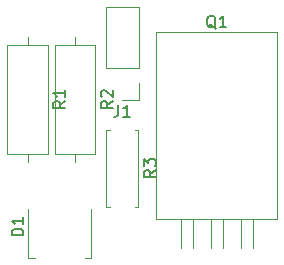
<source format=gbr>
%TF.GenerationSoftware,KiCad,Pcbnew,9.0.2*%
%TF.CreationDate,2025-06-02T21:33:08+02:00*%
%TF.ProjectId,transmitter_board,7472616e-736d-4697-9474-65725f626f61,rev?*%
%TF.SameCoordinates,Original*%
%TF.FileFunction,Legend,Top*%
%TF.FilePolarity,Positive*%
%FSLAX46Y46*%
G04 Gerber Fmt 4.6, Leading zero omitted, Abs format (unit mm)*
G04 Created by KiCad (PCBNEW 9.0.2) date 2025-06-02 21:33:08*
%MOMM*%
%LPD*%
G01*
G04 APERTURE LIST*
%ADD10C,0.150000*%
%ADD11C,0.120000*%
G04 APERTURE END LIST*
D10*
X53824819Y-32356666D02*
X53348628Y-32689999D01*
X53824819Y-32928094D02*
X52824819Y-32928094D01*
X52824819Y-32928094D02*
X52824819Y-32547142D01*
X52824819Y-32547142D02*
X52872438Y-32451904D01*
X52872438Y-32451904D02*
X52920057Y-32404285D01*
X52920057Y-32404285D02*
X53015295Y-32356666D01*
X53015295Y-32356666D02*
X53158152Y-32356666D01*
X53158152Y-32356666D02*
X53253390Y-32404285D01*
X53253390Y-32404285D02*
X53301009Y-32451904D01*
X53301009Y-32451904D02*
X53348628Y-32547142D01*
X53348628Y-32547142D02*
X53348628Y-32928094D01*
X52824819Y-32023332D02*
X52824819Y-31404285D01*
X52824819Y-31404285D02*
X53205771Y-31737618D01*
X53205771Y-31737618D02*
X53205771Y-31594761D01*
X53205771Y-31594761D02*
X53253390Y-31499523D01*
X53253390Y-31499523D02*
X53301009Y-31451904D01*
X53301009Y-31451904D02*
X53396247Y-31404285D01*
X53396247Y-31404285D02*
X53634342Y-31404285D01*
X53634342Y-31404285D02*
X53729580Y-31451904D01*
X53729580Y-31451904D02*
X53777200Y-31499523D01*
X53777200Y-31499523D02*
X53824819Y-31594761D01*
X53824819Y-31594761D02*
X53824819Y-31880475D01*
X53824819Y-31880475D02*
X53777200Y-31975713D01*
X53777200Y-31975713D02*
X53729580Y-32023332D01*
X50174819Y-26516666D02*
X49698628Y-26849999D01*
X50174819Y-27088094D02*
X49174819Y-27088094D01*
X49174819Y-27088094D02*
X49174819Y-26707142D01*
X49174819Y-26707142D02*
X49222438Y-26611904D01*
X49222438Y-26611904D02*
X49270057Y-26564285D01*
X49270057Y-26564285D02*
X49365295Y-26516666D01*
X49365295Y-26516666D02*
X49508152Y-26516666D01*
X49508152Y-26516666D02*
X49603390Y-26564285D01*
X49603390Y-26564285D02*
X49651009Y-26611904D01*
X49651009Y-26611904D02*
X49698628Y-26707142D01*
X49698628Y-26707142D02*
X49698628Y-27088094D01*
X49270057Y-26135713D02*
X49222438Y-26088094D01*
X49222438Y-26088094D02*
X49174819Y-25992856D01*
X49174819Y-25992856D02*
X49174819Y-25754761D01*
X49174819Y-25754761D02*
X49222438Y-25659523D01*
X49222438Y-25659523D02*
X49270057Y-25611904D01*
X49270057Y-25611904D02*
X49365295Y-25564285D01*
X49365295Y-25564285D02*
X49460533Y-25564285D01*
X49460533Y-25564285D02*
X49603390Y-25611904D01*
X49603390Y-25611904D02*
X50174819Y-26183332D01*
X50174819Y-26183332D02*
X50174819Y-25564285D01*
X46174819Y-26516666D02*
X45698628Y-26849999D01*
X46174819Y-27088094D02*
X45174819Y-27088094D01*
X45174819Y-27088094D02*
X45174819Y-26707142D01*
X45174819Y-26707142D02*
X45222438Y-26611904D01*
X45222438Y-26611904D02*
X45270057Y-26564285D01*
X45270057Y-26564285D02*
X45365295Y-26516666D01*
X45365295Y-26516666D02*
X45508152Y-26516666D01*
X45508152Y-26516666D02*
X45603390Y-26564285D01*
X45603390Y-26564285D02*
X45651009Y-26611904D01*
X45651009Y-26611904D02*
X45698628Y-26707142D01*
X45698628Y-26707142D02*
X45698628Y-27088094D01*
X46174819Y-25564285D02*
X46174819Y-26135713D01*
X46174819Y-25849999D02*
X45174819Y-25849999D01*
X45174819Y-25849999D02*
X45317676Y-25945237D01*
X45317676Y-25945237D02*
X45412914Y-26040475D01*
X45412914Y-26040475D02*
X45460533Y-26135713D01*
X58904761Y-20370057D02*
X58809523Y-20322438D01*
X58809523Y-20322438D02*
X58714285Y-20227200D01*
X58714285Y-20227200D02*
X58571428Y-20084342D01*
X58571428Y-20084342D02*
X58476190Y-20036723D01*
X58476190Y-20036723D02*
X58380952Y-20036723D01*
X58428571Y-20274819D02*
X58333333Y-20227200D01*
X58333333Y-20227200D02*
X58238095Y-20131961D01*
X58238095Y-20131961D02*
X58190476Y-19941485D01*
X58190476Y-19941485D02*
X58190476Y-19608152D01*
X58190476Y-19608152D02*
X58238095Y-19417676D01*
X58238095Y-19417676D02*
X58333333Y-19322438D01*
X58333333Y-19322438D02*
X58428571Y-19274819D01*
X58428571Y-19274819D02*
X58619047Y-19274819D01*
X58619047Y-19274819D02*
X58714285Y-19322438D01*
X58714285Y-19322438D02*
X58809523Y-19417676D01*
X58809523Y-19417676D02*
X58857142Y-19608152D01*
X58857142Y-19608152D02*
X58857142Y-19941485D01*
X58857142Y-19941485D02*
X58809523Y-20131961D01*
X58809523Y-20131961D02*
X58714285Y-20227200D01*
X58714285Y-20227200D02*
X58619047Y-20274819D01*
X58619047Y-20274819D02*
X58428571Y-20274819D01*
X59809523Y-20274819D02*
X59238095Y-20274819D01*
X59523809Y-20274819D02*
X59523809Y-19274819D01*
X59523809Y-19274819D02*
X59428571Y-19417676D01*
X59428571Y-19417676D02*
X59333333Y-19512914D01*
X59333333Y-19512914D02*
X59238095Y-19560533D01*
X50666666Y-26834819D02*
X50666666Y-27549104D01*
X50666666Y-27549104D02*
X50619047Y-27691961D01*
X50619047Y-27691961D02*
X50523809Y-27787200D01*
X50523809Y-27787200D02*
X50380952Y-27834819D01*
X50380952Y-27834819D02*
X50285714Y-27834819D01*
X51666666Y-27834819D02*
X51095238Y-27834819D01*
X51380952Y-27834819D02*
X51380952Y-26834819D01*
X51380952Y-26834819D02*
X51285714Y-26977676D01*
X51285714Y-26977676D02*
X51190476Y-27072914D01*
X51190476Y-27072914D02*
X51095238Y-27120533D01*
X42634819Y-37878094D02*
X41634819Y-37878094D01*
X41634819Y-37878094D02*
X41634819Y-37639999D01*
X41634819Y-37639999D02*
X41682438Y-37497142D01*
X41682438Y-37497142D02*
X41777676Y-37401904D01*
X41777676Y-37401904D02*
X41872914Y-37354285D01*
X41872914Y-37354285D02*
X42063390Y-37306666D01*
X42063390Y-37306666D02*
X42206247Y-37306666D01*
X42206247Y-37306666D02*
X42396723Y-37354285D01*
X42396723Y-37354285D02*
X42491961Y-37401904D01*
X42491961Y-37401904D02*
X42587200Y-37497142D01*
X42587200Y-37497142D02*
X42634819Y-37639999D01*
X42634819Y-37639999D02*
X42634819Y-37878094D01*
X42634819Y-36354285D02*
X42634819Y-36925713D01*
X42634819Y-36639999D02*
X41634819Y-36639999D01*
X41634819Y-36639999D02*
X41777676Y-36735237D01*
X41777676Y-36735237D02*
X41872914Y-36830475D01*
X41872914Y-36830475D02*
X41920533Y-36925713D01*
D11*
%TO.C,R3*%
X52370000Y-28920000D02*
X52370000Y-35460000D01*
X52040000Y-28920000D02*
X52370000Y-28920000D01*
X49960000Y-28920000D02*
X49630000Y-28920000D01*
X49630000Y-28920000D02*
X49630000Y-35460000D01*
X52370000Y-35460000D02*
X52040000Y-35460000D01*
X49630000Y-35460000D02*
X49960000Y-35460000D01*
%TO.C,R2*%
X47000000Y-21040000D02*
X47000000Y-21730000D01*
X47000000Y-31660000D02*
X47000000Y-30970000D01*
X48720000Y-21730000D02*
X45280000Y-21730000D01*
X45280000Y-30970000D01*
X48720000Y-30970000D01*
X48720000Y-21730000D01*
%TO.C,R1*%
X43000000Y-21040000D02*
X43000000Y-21730000D01*
X43000000Y-31660000D02*
X43000000Y-30970000D01*
X44720000Y-21730000D02*
X41280000Y-21730000D01*
X41280000Y-30970000D01*
X44720000Y-30970000D01*
X44720000Y-21730000D01*
%TO.C,Q1*%
X53890000Y-20660000D02*
X64110000Y-20660000D01*
X53890000Y-36530000D02*
X53890000Y-20660000D01*
X53890000Y-36530000D02*
X64110000Y-36530000D01*
X55975000Y-36530000D02*
X55975000Y-38970000D01*
X56945000Y-36530000D02*
X56945000Y-38970000D01*
X58515000Y-36530000D02*
X58515000Y-38970000D01*
X59485000Y-36530000D02*
X59485000Y-38970000D01*
X61055000Y-36530000D02*
X61055000Y-38970000D01*
X62025000Y-36530000D02*
X62025000Y-38970000D01*
X64110000Y-36530000D02*
X64110000Y-20660000D01*
%TO.C,J1*%
X52380000Y-26380000D02*
X51000000Y-26380000D01*
X52380000Y-25000000D02*
X52380000Y-26380000D01*
X52380000Y-23730000D02*
X52380000Y-18540000D01*
X52380000Y-23730000D02*
X49620000Y-23730000D01*
X52380000Y-18540000D02*
X49620000Y-18540000D01*
X49620000Y-23730000D02*
X49620000Y-18540000D01*
%TO.C,D1*%
X43030000Y-39790000D02*
X43580000Y-39790000D01*
X48330000Y-39790000D02*
X47830000Y-39790000D01*
X43030000Y-35640000D02*
X43030000Y-39790000D01*
X48330000Y-35640000D02*
X48330000Y-39790000D01*
%TD*%
M02*

</source>
